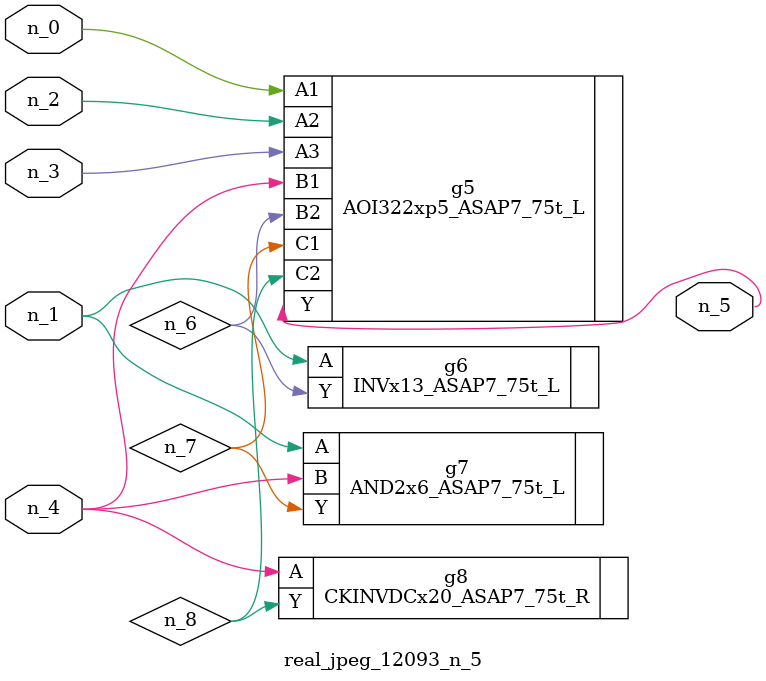
<source format=v>
module real_jpeg_12093_n_5 (n_4, n_0, n_1, n_2, n_3, n_5);

input n_4;
input n_0;
input n_1;
input n_2;
input n_3;

output n_5;

wire n_8;
wire n_6;
wire n_7;

AOI322xp5_ASAP7_75t_L g5 ( 
.A1(n_0),
.A2(n_2),
.A3(n_3),
.B1(n_4),
.B2(n_6),
.C1(n_7),
.C2(n_8),
.Y(n_5)
);

INVx13_ASAP7_75t_L g6 ( 
.A(n_1),
.Y(n_6)
);

AND2x6_ASAP7_75t_L g7 ( 
.A(n_1),
.B(n_4),
.Y(n_7)
);

CKINVDCx20_ASAP7_75t_R g8 ( 
.A(n_4),
.Y(n_8)
);


endmodule
</source>
